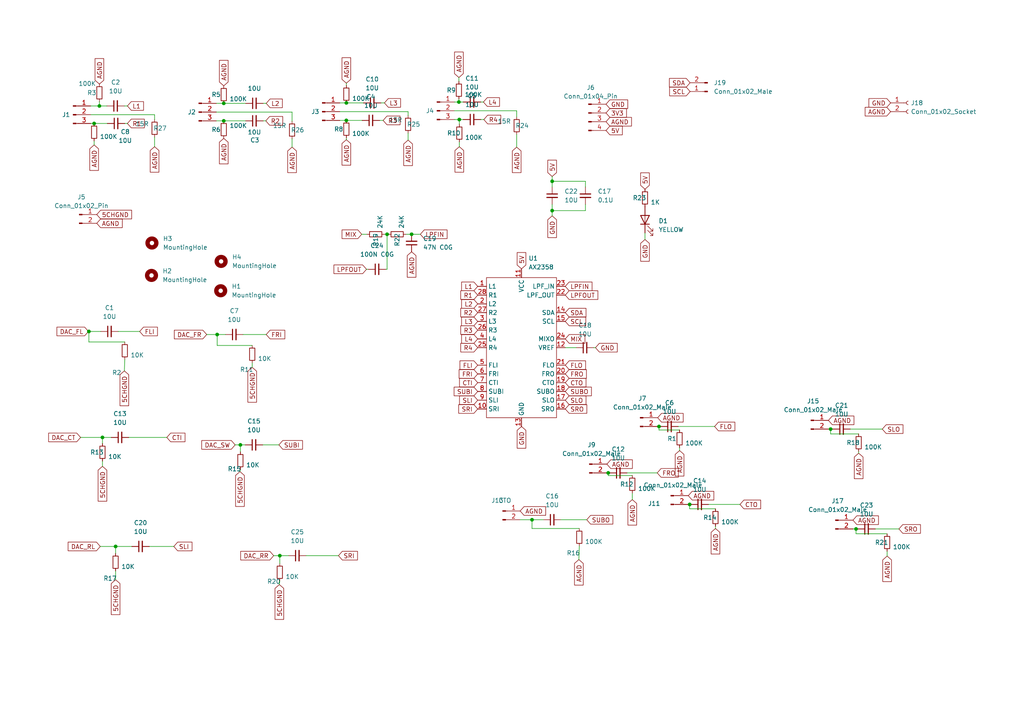
<source format=kicad_sch>
(kicad_sch (version 20230121) (generator eeschema)
  (paper "A4")
  (lib_symbols
    (symbol "Audio:AX2358"
      (property "Reference" "U" (at 0 0 0))
      (property "Value" "AX2358" (at 0 0 0))
      (symbol "AX2358_0_1"
        (polyline (pts (xy -10.16 50.8) (xy -10.16 12.7) (xy 10.16 12.7) (xy 10.16 53.34) (xy -10.16 53.34) (xy -10.16 50.8)))
      )
      (symbol "AX2358_1_1"
        (pin input line (at -12.7 50.8 0) (length 2.54) (name "L1") (number "1"))
        (pin input line (at -12.7 15.24 0) (length 2.54) (name "SRI") (number "10"))
        (pin input line (at 0 55.88 270) (length 2.54) (name "VCC") (number "11"))
        (pin output line (at 12.7 33.02 180) (length 2.54) (name "VREF") (number "12"))
        (pin input line (at 0 10.16 90) (length 2.54) (name "GND") (number "13"))
        (pin bidirectional line (at 12.7 43.18 180) (length 2.54) (name "SDA") (number "14"))
        (pin bidirectional line (at 12.7 40.64 180) (length 2.54) (name "SCL") (number "15"))
        (pin output line (at 12.7 15.24 180) (length 2.54) (name "SRO") (number "16"))
        (pin output line (at 12.7 17.78 180) (length 2.54) (name "SLO") (number "17"))
        (pin output line (at 12.7 20.32 180) (length 2.54) (name "SUBO") (number "18"))
        (pin output line (at 12.7 22.86 180) (length 2.54) (name "CTO") (number "19"))
        (pin input line (at -12.7 45.72 0) (length 2.54) (name "L2") (number "2"))
        (pin output line (at 12.7 25.4 180) (length 2.54) (name "FRO") (number "20"))
        (pin output line (at 12.7 27.94 180) (length 2.54) (name "FLO") (number "21"))
        (pin output line (at 12.7 48.26 180) (length 2.54) (name "LPF_OUT") (number "22"))
        (pin input line (at 12.7 50.8 180) (length 2.54) (name "LPF_IN") (number "23"))
        (pin output line (at 12.7 35.56 180) (length 2.54) (name "MIXO") (number "24"))
        (pin input line (at -12.7 33.02 0) (length 2.54) (name "R4") (number "25"))
        (pin input line (at -12.7 38.1 0) (length 2.54) (name "R3") (number "26"))
        (pin input line (at -12.7 43.18 0) (length 2.54) (name "R2") (number "27"))
        (pin input line (at -12.7 48.26 0) (length 2.54) (name "R1") (number "28"))
        (pin input line (at -12.7 40.64 0) (length 2.54) (name "L3") (number "3"))
        (pin input line (at -12.7 35.56 0) (length 2.54) (name "L4") (number "4"))
        (pin input line (at -12.7 27.94 0) (length 2.54) (name "FLI") (number "5"))
        (pin input line (at -12.7 25.4 0) (length 2.54) (name "FRI") (number "6"))
        (pin input line (at -12.7 22.86 0) (length 2.54) (name "CTI") (number "7"))
        (pin input line (at -12.7 20.32 0) (length 2.54) (name "SUBI") (number "8"))
        (pin input line (at -12.7 17.78 0) (length 2.54) (name "SLI") (number "9"))
      )
    )
    (symbol "Connector:Conn_01x02_Male" (pin_names (offset 1.016) hide)
      (property "Reference" "J" (at 0 2.54 0))
      (property "Value" "Conn_01x02_Male" (at 0 -5.08 0))
      (symbol "Conn_01x02_Male_1_1"
        (polyline (pts (xy 1.27 -2.54) (xy 0.8636 -2.54)) (stroke (width 0.1524)))
        (polyline (pts (xy 1.27 0) (xy 0.8636 0)) (stroke (width 0.1524)))
        (rectangle (start 0.8636 -2.413) (end 0 -2.667) (stroke (width 0.1524)) (fill (type outline)))
        (rectangle (start 0.8636 0.127) (end 0 -0.127) (stroke (width 0.1524)) (fill (type outline)))
        (pin passive line (at 5.08 0 180) (length 3.81) (name "Pin_1") (number "1"))
        (pin passive line (at 5.08 -2.54 180) (length 3.81) (name "Pin_2") (number "2"))
      )
    )
    (symbol "Connector:Conn_01x02_Pin" (pin_names (offset 1.016) hide)
      (property "Reference" "J" (at 0 2.54 0))
      (property "Value" "Conn_01x02_Pin" (at 0 -5.08 0))
      (symbol "Conn_01x02_Pin_1_1"
        (polyline (pts (xy 1.27 -2.54) (xy 0.8636 -2.54)) (stroke (width 0.1524)))
        (polyline (pts (xy 1.27 0) (xy 0.8636 0)) (stroke (width 0.1524)))
        (rectangle (start 0.8636 -2.413) (end 0 -2.667) (stroke (width 0.1524)) (fill (type outline)))
        (rectangle (start 0.8636 0.127) (end 0 -0.127) (stroke (width 0.1524)) (fill (type outline)))
        (pin passive line (at 5.08 0 180) (length 3.81) (name "Pin_1") (number "1"))
        (pin passive line (at 5.08 -2.54 180) (length 3.81) (name "Pin_2") (number "2"))
      )
    )
    (symbol "Connector:Conn_01x02_Socket" (pin_names (offset 1.016) hide)
      (property "Reference" "J" (at 0 2.54 0))
      (property "Value" "Conn_01x02_Socket" (at 0 -5.08 0))
      (symbol "Conn_01x02_Socket_1_1"
        (arc (start 0 -2.032) (mid -0.5058 -2.54) (end 0 -3.048) (stroke (width 0.1524)))
        (polyline (pts (xy -1.27 -2.54) (xy -0.508 -2.54)) (stroke (width 0.1524)))
        (polyline (pts (xy -1.27 0) (xy -0.508 0)) (stroke (width 0.1524)))
        (arc (start 0 0.508) (mid -0.5058 0) (end 0 -0.508) (stroke (width 0.1524)))
        (pin passive line (at -5.08 0 0) (length 3.81) (name "Pin_1") (number "1"))
        (pin passive line (at -5.08 -2.54 0) (length 3.81) (name "Pin_2") (number "2"))
      )
    )
    (symbol "Connector:Conn_01x03_Pin" (pin_names (offset 1.016) hide)
      (property "Reference" "J" (at 0 5.08 0))
      (property "Value" "Conn_01x03_Pin" (at 0 -5.08 0))
      (symbol "Conn_01x03_Pin_1_1"
        (polyline (pts (xy 1.27 -2.54) (xy 0.8636 -2.54)) (stroke (width 0.1524)))
        (polyline (pts (xy 1.27 0) (xy 0.8636 0)) (stroke (width 0.1524)))
        (polyline (pts (xy 1.27 2.54) (xy 0.8636 2.54)) (stroke (width 0.1524)))
        (rectangle (start 0.8636 -2.413) (end 0 -2.667) (stroke (width 0.1524)) (fill (type outline)))
        (rectangle (start 0.8636 0.127) (end 0 -0.127) (stroke (width 0.1524)) (fill (type outline)))
        (rectangle (start 0.8636 2.667) (end 0 2.413) (stroke (width 0.1524)) (fill (type outline)))
        (pin passive line (at 5.08 2.54 180) (length 3.81) (name "Pin_1") (number "1"))
        (pin passive line (at 5.08 0 180) (length 3.81) (name "Pin_2") (number "2"))
        (pin passive line (at 5.08 -2.54 180) (length 3.81) (name "Pin_3") (number "3"))
      )
    )
    (symbol "Connector:Conn_01x04_Pin" (pin_names (offset 1.016) hide)
      (property "Reference" "J" (at 0 5.08 0))
      (property "Value" "Conn_01x04_Pin" (at 0 -7.62 0))
      (symbol "Conn_01x04_Pin_1_1"
        (polyline (pts (xy 1.27 -5.08) (xy 0.8636 -5.08)) (stroke (width 0.1524)))
        (polyline (pts (xy 1.27 -2.54) (xy 0.8636 -2.54)) (stroke (width 0.1524)))
        (polyline (pts (xy 1.27 0) (xy 0.8636 0)) (stroke (width 0.1524)))
        (polyline (pts (xy 1.27 2.54) (xy 0.8636 2.54)) (stroke (width 0.1524)))
        (rectangle (start 0.8636 -4.953) (end 0 -5.207) (stroke (width 0.1524)) (fill (type outline)))
        (rectangle (start 0.8636 -2.413) (end 0 -2.667) (stroke (width 0.1524)) (fill (type outline)))
        (rectangle (start 0.8636 0.127) (end 0 -0.127) (stroke (width 0.1524)) (fill (type outline)))
        (rectangle (start 0.8636 2.667) (end 0 2.413) (stroke (width 0.1524)) (fill (type outline)))
        (pin passive line (at 5.08 2.54 180) (length 3.81) (name "Pin_1") (number "1"))
        (pin passive line (at 5.08 0 180) (length 3.81) (name "Pin_2") (number "2"))
        (pin passive line (at 5.08 -2.54 180) (length 3.81) (name "Pin_3") (number "3"))
        (pin passive line (at 5.08 -5.08 180) (length 3.81) (name "Pin_4") (number "4"))
      )
    )
    (symbol "Device:C_Small" (pin_numbers hide) (pin_names (offset 0.254) hide)
      (property "Reference" "C" (at 0.254 1.778 0))
      (property "Value" "C_Small" (at 0.254 -2.032 0))
      (symbol "C_Small_0_1"
        (polyline (pts (xy -1.524 -0.508) (xy 1.524 -0.508)) (stroke (width 0.3302)))
        (polyline (pts (xy -1.524 0.508) (xy 1.524 0.508)) (stroke (width 0.3048)))
      )
      (symbol "C_Small_1_1"
        (pin passive line (at 0 2.54 270) (length 2.032) (name "~") (number "1"))
        (pin passive line (at 0 -2.54 90) (length 2.032) (name "~") (number "2"))
      )
    )
    (symbol "Device:LED" (pin_numbers hide) (pin_names (offset 1.016) hide)
      (property "Reference" "D" (at 0 2.54 0))
      (property "Value" "LED" (at 0 -2.54 0))
      (symbol "LED_0_1"
        (polyline (pts (xy -1.27 -1.27) (xy -1.27 1.27)) (stroke (width 0.254)))
        (polyline (pts (xy -1.27 0) (xy 1.27 0)))
        (polyline (pts (xy 1.27 -1.27) (xy 1.27 1.27) (xy -1.27 0) (xy 1.27 -1.27)) (stroke (width 0.254)))
        (polyline (pts (xy -3.048 -0.762) (xy -4.572 -2.286) (xy -3.81 -2.286) (xy -4.572 -2.286) (xy -4.572 -1.524)))
        (polyline (pts (xy -1.778 -0.762) (xy -3.302 -2.286) (xy -2.54 -2.286) (xy -3.302 -2.286) (xy -3.302 -1.524)))
      )
      (symbol "LED_1_1"
        (pin passive line (at -3.81 0 0) (length 2.54) (name "K") (number "1"))
        (pin passive line (at 3.81 0 180) (length 2.54) (name "A") (number "2"))
      )
    )
    (symbol "Device:R_Small" (pin_numbers hide) (pin_names (offset 0.254) hide)
      (property "Reference" "R" (at 0.762 0.508 0))
      (property "Value" "R_Small" (at 0.762 -1.016 0))
      (symbol "R_Small_0_1"
        (rectangle (start -0.762 1.778) (end 0.762 -1.778) (stroke (width 0.2032)))
      )
      (symbol "R_Small_1_1"
        (pin passive line (at 0 2.54 270) (length 0.762) (name "~") (number "1"))
        (pin passive line (at 0 -2.54 90) (length 0.762) (name "~") (number "2"))
      )
    )
    (symbol "Mechanical:MountingHole" (pin_names (offset 1.016))
      (property "Reference" "H" (at 0 5.08 0))
      (property "Value" "MountingHole" (at 0 3.175 0))
      (symbol "MountingHole_0_1"
        (circle (center 0 0) (radius 1.27) (stroke (width 1.27)))
      )
    )
  )
  (junction (at 62.992 97.028))
  (junction (at 100.457 29.845))
  (junction (at 160.147 52.578))
  (junction (at 64.897 35.052))
  (junction (at 28.829 30.734))
  (junction (at 160.147 61.087))
  (junction (at 33.528 158.496))
  (junction (at 112.268 67.945))
  (junction (at 154.305 150.749))
  (junction (at 176.403 137.16))
  (junction (at 133.223 34.671))
  (junction (at 25.781 96.139))
  (junction (at 64.897 29.972))
  (junction (at 81.153 161.163))
  (junction (at 240.919 124.46))
  (junction (at 133.096 29.591))
  (junction (at 100.457 34.925))
  (junction (at 69.723 129.032))
  (junction (at 191.135 123.698))
  (junction (at 119.38 67.945))
  (junction (at 248.285 153.416))
  (junction (at 29.718 126.873))
  (junction (at 200.025 146.304))
  (junction (at 27.305 35.814))
  (wire (pts (xy 100.457 24.13) (xy 100.457 24.765)))
  (wire (pts (xy 29.718 126.873) (xy 29.718 128.651)))
  (wire (pts (xy 69.596 136.779) (xy 69.723 136.144)))
  (wire (pts (xy 62.738 32.512) (xy 84.709 32.512)))
  (wire (pts (xy 183.388 143.002) (xy 183.388 144.907)))
  (wire (pts (xy 69.723 129.032) (xy 69.723 131.064)))
  (wire (pts (xy 207.518 152.654) (xy 207.518 153.289)))
  (wire (pts (xy 98.552 32.385) (xy 118.364 32.385)))
  (wire (pts (xy 112.268 67.945) (xy 111.506 67.945)))
  (wire (pts (xy 84.709 32.512) (xy 84.709 35.179)))
  (wire (pts (xy 81.153 161.163) (xy 79.375 161.163)))
  (wire (pts (xy 64.897 29.972) (xy 62.738 29.972)))
  (wire (pts (xy 197.104 129.794) (xy 197.104 130.683)))
  (wire (pts (xy 31.115 35.814) (xy 27.305 35.814)))
  (wire (pts (xy 25.781 99.187) (xy 36.195 99.187)))
  (wire (pts (xy 62.992 97.028) (xy 59.944 97.028)))
  (wire (pts (xy 119.38 67.945) (xy 117.729 67.945)))
  (wire (pts (xy 105.029 34.925) (xy 100.457 34.925)))
  (wire (pts (xy 133.223 42.545) (xy 133.223 41.148)))
  (wire (pts (xy 257.302 159.893) (xy 257.302 161.29)))
  (wire (pts (xy 28.829 30.734) (xy 26.289 30.734)))
  (wire (pts (xy 100.457 40.513) (xy 100.457 40.005)))
  (wire (pts (xy 140.335 34.671) (xy 139.446 34.671)))
  (wire (pts (xy 62.992 100.203) (xy 73.152 100.203)))
  (wire (pts (xy 160.147 62.611) (xy 160.147 61.087)))
  (wire (pts (xy 121.92 67.945) (xy 119.38 67.945)))
  (wire (pts (xy 248.285 153.416) (xy 247.396 153.416)))
  (wire (pts (xy 27.305 35.814) (xy 26.289 35.814)))
  (wire (pts (xy 205.486 146.304) (xy 214.63 146.304)))
  (wire (pts (xy 140.208 29.591) (xy 139.446 29.591)))
  (wire (pts (xy 176.403 137.16) (xy 176.022 137.16)))
  (wire (pts (xy 149.86 38.989) (xy 149.86 42.672)))
  (wire (pts (xy 33.528 168.148) (xy 33.528 165.608)))
  (wire (pts (xy 157.607 150.749) (xy 154.305 150.749)))
  (wire (pts (xy 33.528 158.496) (xy 33.528 160.528)))
  (wire (pts (xy 36.068 107.569) (xy 36.195 104.267)))
  (wire (pts (xy 200.025 146.304) (xy 199.644 146.304)))
  (wire (pts (xy 36.957 35.814) (xy 36.195 35.814)))
  (wire (pts (xy 154.305 150.749) (xy 154.305 153.289)))
  (wire (pts (xy 172.72 100.838) (xy 172.212 100.838)))
  (wire (pts (xy 81.026 169.545) (xy 81.153 168.529)))
  (wire (pts (xy 36.957 30.734) (xy 36.068 30.734)))
  (wire (pts (xy 191.135 124.714) (xy 197.104 124.714)))
  (wire (pts (xy 169.799 52.578) (xy 160.147 52.578)))
  (wire (pts (xy 76.2 129.032) (xy 80.899 129.032)))
  (wire (pts (xy 25.781 96.139) (xy 25.781 99.187)))
  (wire (pts (xy 88.773 161.163) (xy 98.171 161.163)))
  (wire (pts (xy 248.793 153.416) (xy 248.285 153.416)))
  (wire (pts (xy 134.366 34.671) (xy 133.223 34.671)))
  (wire (pts (xy 25.654 96.139) (xy 25.781 96.139)))
  (wire (pts (xy 200.025 147.574) (xy 207.518 147.574)))
  (wire (pts (xy 32.258 126.873) (xy 29.718 126.873)))
  (wire (pts (xy 81.153 161.163) (xy 81.153 163.449)))
  (wire (pts (xy 240.919 125.857) (xy 249.047 125.857)))
  (wire (pts (xy 134.366 29.591) (xy 133.096 29.591)))
  (wire (pts (xy 160.147 52.578) (xy 160.147 54.229)))
  (wire (pts (xy 133.096 28.702) (xy 133.096 29.591)))
  (wire (pts (xy 28.829 29.464) (xy 28.829 30.734)))
  (wire (pts (xy 118.364 38.608) (xy 118.364 40.64)))
  (wire (pts (xy 167.132 100.838) (xy 163.957 100.838)))
  (wire (pts (xy 71.247 35.052) (xy 64.897 35.052)))
  (wire (pts (xy 196.723 123.698) (xy 207.264 123.698)))
  (wire (pts (xy 131.826 32.131) (xy 149.86 32.131)))
  (wire (pts (xy 168.021 158.369) (xy 167.894 162.306)))
  (wire (pts (xy 73.152 106.553) (xy 73.152 105.283)))
  (wire (pts (xy 162.687 150.749) (xy 170.18 150.749)))
  (wire (pts (xy 62.992 97.028) (xy 62.992 100.203)))
  (wire (pts (xy 149.86 32.131) (xy 149.86 33.909)))
  (wire (pts (xy 44.831 39.751) (xy 44.831 42.545)))
  (wire (pts (xy 176.784 137.16) (xy 176.403 137.16)))
  (wire (pts (xy 106.426 67.945) (xy 104.902 67.945)))
  (wire (pts (xy 83.693 161.163) (xy 81.153 161.163)))
  (wire (pts (xy 100.457 34.925) (xy 98.552 34.925)))
  (wire (pts (xy 160.147 51.181) (xy 160.147 52.578)))
  (wire (pts (xy 27.305 42.037) (xy 27.305 40.894)))
  (wire (pts (xy 133.223 34.671) (xy 131.826 34.671)))
  (wire (pts (xy 65.405 97.028) (xy 62.992 97.028)))
  (wire (pts (xy 241.554 124.46) (xy 240.919 124.46)))
  (wire (pts (xy 160.147 61.087) (xy 169.799 61.087)))
  (wire (pts (xy 112.268 78.105) (xy 111.887 78.105)))
  (wire (pts (xy 133.096 29.591) (xy 131.826 29.591)))
  (wire (pts (xy 111.125 34.925) (xy 110.109 34.925)))
  (wire (pts (xy 43.307 158.496) (xy 50.419 158.496)))
  (wire (pts (xy 71.12 129.032) (xy 69.723 129.032)))
  (wire (pts (xy 33.528 158.496) (xy 29.083 158.496)))
  (wire (pts (xy 133.096 22.479) (xy 133.096 23.622)))
  (wire (pts (xy 71.247 29.972) (xy 64.897 29.972)))
  (wire (pts (xy 191.135 123.698) (xy 191.135 124.714)))
  (wire (pts (xy 191.135 123.698) (xy 190.754 123.698)))
  (wire (pts (xy 118.364 32.385) (xy 118.364 33.528)))
  (wire (pts (xy 77.089 35.052) (xy 76.327 35.052)))
  (wire (pts (xy 112.268 67.945) (xy 112.268 78.105)))
  (wire (pts (xy 70.485 97.028) (xy 77.216 97.028)))
  (wire (pts (xy 169.799 61.087) (xy 169.799 59.309)))
  (wire (pts (xy 111.506 29.845) (xy 110.49 29.845)))
  (wire (pts (xy 160.147 61.087) (xy 160.147 59.309)))
  (wire (pts (xy 176.403 137.16) (xy 176.403 137.922)))
  (wire (pts (xy 29.718 135.255) (xy 29.718 133.731)))
  (wire (pts (xy 106.299 78.105) (xy 106.807 78.105)))
  (wire (pts (xy 248.285 154.813) (xy 257.302 154.813)))
  (wire (pts (xy 187.071 69.469) (xy 187.071 67.564)))
  (wire (pts (xy 100.457 29.845) (xy 98.552 29.845)))
  (wire (pts (xy 84.709 40.259) (xy 84.709 42.672)))
  (wire (pts (xy 176.403 137.922) (xy 183.388 137.922)))
  (wire (pts (xy 112.649 67.945) (xy 112.268 67.945)))
  (wire (pts (xy 64.897 35.052) (xy 62.738 35.052)))
  (wire (pts (xy 37.338 126.873) (xy 48.387 126.873)))
  (wire (pts (xy 69.723 129.032) (xy 68.199 129.032)))
  (wire (pts (xy 38.227 158.496) (xy 33.528 158.496)))
  (wire (pts (xy 191.643 123.698) (xy 191.135 123.698)))
  (wire (pts (xy 34.29 96.139) (xy 40.513 96.139)))
  (wire (pts (xy 29.718 126.873) (xy 23.368 126.873)))
  (wire (pts (xy 200.406 146.304) (xy 200.025 146.304)))
  (wire (pts (xy 248.285 153.416) (xy 248.285 154.813)))
  (wire (pts (xy 26.289 33.274) (xy 44.831 33.274)))
  (wire (pts (xy 30.988 30.734) (xy 28.829 30.734)))
  (wire (pts (xy 200.025 146.304) (xy 200.025 147.574)))
  (wire (pts (xy 240.919 124.46) (xy 240.919 125.857)))
  (wire (pts (xy 133.223 36.068) (xy 133.223 34.671)))
  (wire (pts (xy 246.634 124.46) (xy 255.905 124.46)))
  (wire (pts (xy 154.305 153.289) (xy 168.021 153.289)))
  (wire (pts (xy 105.41 29.845) (xy 100.457 29.845)))
  (wire (pts (xy 253.873 153.416) (xy 260.731 153.416)))
  (wire (pts (xy 249.047 130.937) (xy 249.047 131.445)))
  (wire (pts (xy 44.831 33.274) (xy 44.831 34.671)))
  (wire (pts (xy 169.799 54.229) (xy 169.799 52.578)))
  (wire (pts (xy 25.781 96.139) (xy 29.21 96.139)))
  (wire (pts (xy 77.216 29.972) (xy 76.327 29.972)))
  (wire (pts (xy 240.919 124.46) (xy 240.284 124.46)))
  (wire (pts (xy 181.864 137.16) (xy 190.627 137.16)))
  (wire (pts (xy 154.305 150.749) (xy 150.876 150.749)))
  (global_label "R2" (shape input) (at 138.557 90.678 180) (property "Intersheetrefs" "${INTERSHEET_REFS}" (effects hide)))
  (global_label "AGND" (shape input) (at 150.876 148.209 0) (property "Intersheetrefs" "${INTERSHEET_REFS}" (effects hide)))
  (global_label "LPFIN" (shape input) (at 121.92 67.945 0) (property "Intersheetrefs" "${INTERSHEET_REFS}" (effects hide)))
  (global_label "AGND" (shape input) (at 207.518 153.289 270) (property "Intersheetrefs" "${INTERSHEET_REFS}" (effects hide)))
  (global_label "AGND" (shape input) (at 199.644 143.764 0) (property "Intersheetrefs" "${INTERSHEET_REFS}" (effects hide)))
  (global_label "R1" (shape input) (at 138.557 85.598 180) (property "Intersheetrefs" "${INTERSHEET_REFS}" (effects hide)))
  (global_label "GND" (shape input) (at 187.071 69.469 270) (property "Intersheetrefs" "${INTERSHEET_REFS}" (effects hide)))
  (global_label "AGND" (shape input) (at 44.831 42.545 270) (property "Intersheetrefs" "${INTERSHEET_REFS}" (effects hide)))
  (global_label "FRI" (shape input) (at 138.557 108.458 180) (property "Intersheetrefs" "${INTERSHEET_REFS}" (effects hide)))
  (global_label "L4" (shape input) (at 140.208 29.591 0) (property "Intersheetrefs" "${INTERSHEET_REFS}" (effects hide)))
  (global_label "GND" (shape input) (at 175.768 30.226 0) (property "Intersheetrefs" "${INTERSHEET_REFS}" (effects hide)))
  (global_label "5V" (shape input) (at 187.071 54.864 90) (property "Intersheetrefs" "${INTERSHEET_REFS}" (effects hide)))
  (global_label "SLI" (shape input) (at 138.557 116.078 180) (property "Intersheetrefs" "${INTERSHEET_REFS}" (effects hide)))
  (global_label "AGND" (shape input) (at 100.457 24.13 90) (property "Intersheetrefs" "${INTERSHEET_REFS}" (effects hide)))
  (global_label "DAC_RR" (shape input) (at -11.684 156.845 0) (property "Intersheetrefs" "${INTERSHEET_REFS}" (effects hide)))
  (global_label "FLI" (shape input) (at 40.513 96.139 0) (property "Intersheetrefs" "${INTERSHEET_REFS}" (effects hide)))
  (global_label "DAC_CT" (shape input) (at -11.811 129.032 0) (property "Intersheetrefs" "${INTERSHEET_REFS}" (effects hide)))
  (global_label "AGND" (shape input) (at 133.223 42.545 270) (property "Intersheetrefs" "${INTERSHEET_REFS}" (effects hide)))
  (global_label "AGND" (shape input) (at 118.364 40.64 270) (property "Intersheetrefs" "${INTERSHEET_REFS}" (effects hide)))
  (global_label "DAC_FL" (shape input) (at -12.573 110.363 0) (property "Intersheetrefs" "${INTERSHEET_REFS}" (effects hide)))
  (global_label "DAC_RL" (shape input) (at -11.684 151.765 0) (property "Intersheetrefs" "${INTERSHEET_REFS}" (effects hide)))
  (global_label "SCL" (shape input) (at 163.957 93.218 0) (property "Intersheetrefs" "${INTERSHEET_REFS}" (effects hide)))
  (global_label "L4" (shape input) (at 138.557 98.298 180) (property "Intersheetrefs" "${INTERSHEET_REFS}" (effects hide)))
  (global_label "AGND" (shape input) (at 257.302 161.29 270) (property "Intersheetrefs" "${INTERSHEET_REFS}" (effects hide)))
  (global_label "5V" (shape input) (at 151.257 77.978 90) (property "Intersheetrefs" "${INTERSHEET_REFS}" (effects hide)))
  (global_label "AGND" (shape input) (at 84.709 42.672 270) (property "Intersheetrefs" "${INTERSHEET_REFS}" (effects hide)))
  (global_label "AGND" (shape input) (at 183.388 144.907 270) (property "Intersheetrefs" "${INTERSHEET_REFS}" (effects hide)))
  (global_label "SLO" (shape input) (at 255.905 124.46 0) (property "Intersheetrefs" "${INTERSHEET_REFS}" (effects hide)))
  (global_label "AGND" (shape input) (at 133.096 22.479 90) (property "Intersheetrefs" "${INTERSHEET_REFS}" (effects hide)))
  (global_label "LPFOUT" (shape input) (at 163.957 85.598 0) (property "Intersheetrefs" "${INTERSHEET_REFS}" (effects hide)))
  (global_label "DAC_FR" (shape input) (at 59.944 97.028 180) (property "Intersheetrefs" "${INTERSHEET_REFS}" (effects hide)))
  (global_label "LPFIN" (shape input) (at 163.957 83.058 0) (property "Intersheetrefs" "${INTERSHEET_REFS}" (effects hide)))
  (global_label "5V" (shape input) (at 160.147 51.181 90) (property "Intersheetrefs" "${INTERSHEET_REFS}" (effects hide)))
  (global_label "5CHGND" (shape input) (at -11.811 126.492 0) (property "Intersheetrefs" "${INTERSHEET_REFS}" (effects hide)))
  (global_label "AGND" (shape input) (at 176.022 134.62 0) (property "Intersheetrefs" "${INTERSHEET_REFS}" (effects hide)))
  (global_label "5CHGND" (shape input) (at -12.573 112.903 0) (property "Intersheetrefs" "${INTERSHEET_REFS}" (effects hide)))
  (global_label "DAC_RL" (shape input) (at 29.083 158.496 180) (property "Intersheetrefs" "${INTERSHEET_REFS}" (effects hide)))
  (global_label "R4" (shape input) (at 140.335 34.671 0) (property "Intersheetrefs" "${INTERSHEET_REFS}" (effects hide)))
  (global_label "AGND" (shape input) (at 247.396 150.876 0) (property "Intersheetrefs" "${INTERSHEET_REFS}" (effects hide)))
  (global_label "DAC_FL" (shape input) (at 25.654 96.139 180) (property "Intersheetrefs" "${INTERSHEET_REFS}" (effects hide)))
  (global_label "R3" (shape input) (at 111.125 34.925 0) (property "Intersheetrefs" "${INTERSHEET_REFS}" (effects hide)))
  (global_label "DAC_FR" (shape input) (at -12.573 115.443 0) (property "Intersheetrefs" "${INTERSHEET_REFS}" (effects hide)))
  (global_label "MIX" (shape input) (at 163.957 98.298 0) (property "Intersheetrefs" "${INTERSHEET_REFS}" (effects hide)))
  (global_label "AGND" (shape input) (at 27.305 42.037 270) (property "Intersheetrefs" "${INTERSHEET_REFS}" (effects hide)))
  (global_label "GND" (shape input) (at 258.318 29.845 180) (property "Intersheetrefs" "${INTERSHEET_REFS}" (effects hide)))
  (global_label "3V3" (shape input) (at 175.768 32.766 0) (property "Intersheetrefs" "${INTERSHEET_REFS}" (effects hide)))
  (global_label "AGND" (shape input) (at 64.897 24.892 90) (property "Intersheetrefs" "${INTERSHEET_REFS}" (effects hide)))
  (global_label "L1" (shape input) (at 36.957 30.734 0) (property "Intersheetrefs" "${INTERSHEET_REFS}" (effects hide)))
  (global_label "SLI" (shape input) (at 50.419 158.496 0) (property "Intersheetrefs" "${INTERSHEET_REFS}" (effects hide)))
  (global_label "FRI" (shape input) (at 77.216 97.028 0) (property "Intersheetrefs" "${INTERSHEET_REFS}" (effects hide)))
  (global_label "AGND" (shape input) (at 28.067 64.77 0) (property "Intersheetrefs" "${INTERSHEET_REFS}" (effects hide)))
  (global_label "AGND" (shape input) (at 175.768 35.306 0) (property "Intersheetrefs" "${INTERSHEET_REFS}" (effects hide)))
  (global_label "SUBO" (shape input) (at 163.957 113.538 0) (property "Intersheetrefs" "${INTERSHEET_REFS}" (effects hide)))
  (global_label "AGND" (shape input) (at 240.284 121.92 0) (property "Intersheetrefs" "${INTERSHEET_REFS}" (effects hide)))
  (global_label "R2" (shape input) (at 77.089 35.052 0) (property "Intersheetrefs" "${INTERSHEET_REFS}" (effects hide)))
  (global_label "GND" (shape input) (at 160.147 62.611 270) (property "Intersheetrefs" "${INTERSHEET_REFS}" (effects hide)))
  (global_label "SDA" (shape input) (at 200.152 24.003 180) (property "Intersheetrefs" "${INTERSHEET_REFS}" (effects hide)))
  (global_label "GND" (shape input) (at 151.257 123.698 270) (property "Intersheetrefs" "${INTERSHEET_REFS}" (effects hide)))
  (global_label "5CHGND" (shape input) (at 33.528 168.148 270) (property "Intersheetrefs" "${INTERSHEET_REFS}" (effects hide)))
  (global_label "5CHGND" (shape input) (at 81.026 169.545 270) (property "Intersheetrefs" "${INTERSHEET_REFS}" (effects hide)))
  (global_label "L2" (shape input) (at 138.557 88.138 180) (property "Intersheetrefs" "${INTERSHEET_REFS}" (effects hide)))
  (global_label "FRO" (shape input) (at 190.627 137.16 0) (property "Intersheetrefs" "${INTERSHEET_REFS}" (effects hide)))
  (global_label "AGND" (shape input) (at 100.457 40.513 270) (property "Intersheetrefs" "${INTERSHEET_REFS}" (effects hide)))
  (global_label "5CHGND" (shape input) (at 69.596 136.779 270) (property "Intersheetrefs" "${INTERSHEET_REFS}" (effects hide)))
  (global_label "5CHGND" (shape input) (at -11.684 149.225 0) (property "Intersheetrefs" "${INTERSHEET_REFS}" (effects hide)))
  (global_label "SDA" (shape input) (at 163.957 90.678 0) (property "Intersheetrefs" "${INTERSHEET_REFS}" (effects hide)))
  (global_label "AGND" (shape input) (at 197.104 130.683 270) (property "Intersheetrefs" "${INTERSHEET_REFS}" (effects hide)))
  (global_label "5CHGND" (shape input) (at 36.068 107.569 270) (property "Intersheetrefs" "${INTERSHEET_REFS}" (effects hide)))
  (global_label "L3" (shape input) (at 111.506 29.845 0) (property "Intersheetrefs" "${INTERSHEET_REFS}" (effects hide)))
  (global_label "5CHGND" (shape input) (at 73.152 106.553 270) (property "Intersheetrefs" "${INTERSHEET_REFS}" (effects hide)))
  (global_label "SRO" (shape input) (at 163.957 118.618 0) (property "Intersheetrefs" "${INTERSHEET_REFS}" (effects hide)))
  (global_label "L1" (shape input) (at 138.557 83.058 180) (property "Intersheetrefs" "${INTERSHEET_REFS}" (effects hide)))
  (global_label "5CHGND" (shape input) (at 29.718 135.255 270) (property "Intersheetrefs" "${INTERSHEET_REFS}" (effects hide)))
  (global_label "DAC_SW" (shape input) (at -11.811 134.112 0) (property "Intersheetrefs" "${INTERSHEET_REFS}" (effects hide)))
  (global_label "AGND" (shape input) (at 64.897 40.132 270) (property "Intersheetrefs" "${INTERSHEET_REFS}" (effects hide)))
  (global_label "5CHGND" (shape input) (at -11.811 131.572 0) (property "Intersheetrefs" "${INTERSHEET_REFS}" (effects hide)))
  (global_label "SCL" (shape input) (at 200.152 26.543 180) (property "Intersheetrefs" "${INTERSHEET_REFS}" (effects hide)))
  (global_label "SLO" (shape input) (at 163.957 116.078 0) (property "Intersheetrefs" "${INTERSHEET_REFS}" (effects hide)))
  (global_label "L2" (shape input) (at 77.216 29.972 0) (property "Intersheetrefs" "${INTERSHEET_REFS}" (effects hide)))
  (global_label "R4" (shape input) (at 138.557 100.838 180) (property "Intersheetrefs" "${INTERSHEET_REFS}" (effects hide)))
  (global_label "FRO" (shape input) (at 163.957 108.458 0) (property "Intersheetrefs" "${INTERSHEET_REFS}" (effects hide)))
  (global_label "5CHGND" (shape input) (at -11.684 154.305 0) (property "Intersheetrefs" "${INTERSHEET_REFS}" (effects hide)))
  (global_label "L3" (shape input) (at 138.557 93.218 180) (property "Intersheetrefs" "${INTERSHEET_REFS}" (effects hide)))
  (global_label "5CHGND" (shape input) (at -12.573 107.823 0) (property "Intersheetrefs" "${INTERSHEET_REFS}" (effects hide)))
  (global_label "DAC_RR" (shape input) (at 79.375 161.163 180) (property "Intersheetrefs" "${INTERSHEET_REFS}" (effects hide)))
  (global_label "SRI" (shape input) (at 138.557 118.618 180) (property "Intersheetrefs" "${INTERSHEET_REFS}" (effects hide)))
  (global_label "DAC_SW" (shape input) (at 68.199 129.032 180) (property "Intersheetrefs" "${INTERSHEET_REFS}" (effects hide)))
  (global_label "AGND" (shape input) (at 28.829 24.384 90) (property "Intersheetrefs" "${INTERSHEET_REFS}" (effects hide)))
  (global_label "5V" (shape input) (at 175.768 37.846 0) (property "Intersheetrefs" "${INTERSHEET_REFS}" (effects hide)))
  (global_label "SRI" (shape input) (at 98.171 161.163 0) (property "Intersheetrefs" "${INTERSHEET_REFS}" (effects hide)))
  (global_label "FLO" (shape input) (at 163.957 105.918 0) (property "Intersheetrefs" "${INTERSHEET_REFS}" (effects hide)))
  (global_label "SUBI" (shape input) (at 80.899 129.032 0) (property "Intersheetrefs" "${INTERSHEET_REFS}" (effects hide)))
  (global_label "CTI" (shape input) (at 138.557 110.998 180) (property "Intersheetrefs" "${INTERSHEET_REFS}" (effects hide)))
  (global_label "AGND" (shape input) (at 149.86 42.672 270) (property "Intersheetrefs" "${INTERSHEET_REFS}" (effects hide)))
  (global_label "GND" (shape input) (at 172.72 100.838 0) (property "Intersheetrefs" "${INTERSHEET_REFS}" (effects hide)))
  (global_label "SUBO" (shape input) (at 170.18 150.749 0) (property "Intersheetrefs" "${INTERSHEET_REFS}" (effects hide)))
  (global_label "LPFOUT" (shape input) (at 106.299 78.105 180) (property "Intersheetrefs" "${INTERSHEET_REFS}" (effects hide)))
  (global_label "5CHGND" (shape input) (at 28.067 62.23 0) (property "Intersheetrefs" "${INTERSHEET_REFS}" (effects hide)))
  (global_label "FLO" (shape input) (at 207.264 123.698 0) (property "Intersheetrefs" "${INTERSHEET_REFS}" (effects hide)))
  (global_label "MIX" (shape input) (at 104.902 67.945 180) (property "Intersheetrefs" "${INTERSHEET_REFS}" (effects hide)))
  (global_label "AGND" (shape input) (at 167.894 162.306 270) (property "Intersheetrefs" "${INTERSHEET_REFS}" (effects hide)))
  (global_label "CTO" (shape input) (at 163.957 110.998 0) (property "Intersheetrefs" "${INTERSHEET_REFS}" (effects hide)))
  (global_label "DAC_CT" (shape input) (at 23.368 126.873 180) (property "Intersheetrefs" "${INTERSHEET_REFS}" (effects hide)))
  (global_label "AGND" (shape input) (at 190.754 121.158 0) (property "Intersheetrefs" "${INTERSHEET_REFS}" (effects hide)))
  (global_label "FLI" (shape input) (at 138.557 105.918 180) (property "Intersheetrefs" "${INTERSHEET_REFS}" (effects hide)))
  (global_label "AGND" (shape input) (at 258.318 32.385 180) (property "Intersheetrefs" "${INTERSHEET_REFS}" (effects hide)))
  (global_label "CTO" (shape input) (at 214.63 146.304 0) (property "Intersheetrefs" "${INTERSHEET_REFS}" (effects hide)))
  (global_label "R3" (shape input) (at 138.557 95.758 180) (property "Intersheetrefs" "${INTERSHEET_REFS}" (effects hide)))
  (global_label "AGND" (shape input) (at 249.047 131.445 270) (property "Intersheetrefs" "${INTERSHEET_REFS}" (effects hide)))
  (global_label "R1" (shape input) (at 36.957 35.814 0) (property "Intersheetrefs" "${INTERSHEET_REFS}" (effects hide)))
  (global_label "SUBI" (shape input) (at 138.557 113.538 180) (property "Intersheetrefs" "${INTERSHEET_REFS}" (effects hide)))
  (global_label "AGND" (shape input) (at 119.38 73.025 270) (property "Intersheetrefs" "${INTERSHEET_REFS}" (effects hide)))
  (global_label "SRO" (shape input) (at 260.731 153.416 0) (property "Intersheetrefs" "${INTERSHEET_REFS}" (effects hide)))
  (global_label "CTI" (shape input) (at 48.387 126.873 0) (property "Intersheetrefs" "${INTERSHEET_REFS}" (effects hide)))
  (symbol (lib_id "Device:C_Small") (at 34.798 126.873 90) (unit 1)
    (property "Reference" "C13" (at 34.8043 120.015 90))
    (property "Value" "10U" (at 34.8043 122.555 90))
    (property "Footprint" "Capacitor_THT:CP_Radial_D5.0mm_P2.50mm" (effects hide))
  )
  (symbol (lib_id "Device:R_Small") (at 108.966 67.945 90) (unit 1)
    (property "Reference" "R19" (at 108.966 71.501 0) (effects (justify left)))
    (property "Value" "24K" (at 110.2359 66.294 0) (effects (justify left)))
    (property "Footprint" "Resistor_SMD:R_0805_2012Metric_Pad1.20x1.40mm_HandSolder" (effects hide))
  )
  (symbol (lib_id "Device:R_Small") (at 133.223 38.608 0) (unit 1)
    (property "Reference" "R10" (at 129.667 38.608 0) (effects (justify left)))
    (property "Value" "100K" (at 134.874 39.8779 0) (effects (justify left)))
    (property "Footprint" "Resistor_SMD:R_0805_2012Metric_Pad1.20x1.40mm_HandSolder" (effects hide))
  )
  (symbol (lib_id "Device:R_Small") (at 28.829 26.924 0) (unit 1)
    (property "Reference" "R3" (at 25.273 26.924 0) (effects (justify left)))
    (property "Value" "100K" (at 22.733 24.257 0) (effects (justify left)))
    (property "Footprint" "Resistor_SMD:R_0805_2012Metric_Pad1.20x1.40mm_HandSolder" (effects hide))
  )
  (symbol (lib_id "Device:R_Small") (at 168.021 155.829 0) (unit 1)
    (property "Reference" "R16" (at 164.338 160.401 0) (effects (justify left)))
    (property "Value" "100K" (at 169.672 157.0989 0) (effects (justify left)))
    (property "Footprint" "Resistor_SMD:R_0805_2012Metric_Pad1.20x1.40mm_HandSolder" (effects hide))
  )
  (symbol (lib_id "Device:C_Small") (at 136.906 29.591 90) (unit 1)
    (property "Reference" "C11" (at 136.9123 22.733 90))
    (property "Value" "10U" (at 136.9123 25.273 90))
    (property "Footprint" "Capacitor_THT:CP_Radial_D5.0mm_P2.50mm" (effects hide))
  )
  (symbol (lib_id "Device:R_Small") (at 84.709 37.719 180) (unit 1)
    (property "Reference" "R26" (at 88.265 37.719 0) (effects (justify left)))
    (property "Value" "15R" (at 83.058 36.4491 0) (effects (justify left)))
    (property "Footprint" "Resistor_SMD:R_0603_1608Metric_Pad0.98x0.95mm_HandSolder" (effects hide))
  )
  (symbol (lib_id "Connector:Conn_01x02_Male") (at 235.204 121.92 0) (unit 1)
    (property "Reference" "J15" (at 235.839 116.332 0))
    (property "Value" "Conn_01x02_Male" (at 235.839 118.872 0))
    (property "Footprint" "Connector_JST:JST_PH_B2B-PH-K_1x02_P2.00mm_Vertical" (effects hide))
  )
  (symbol (lib_id "Device:C_Small") (at 73.787 35.052 90) (unit 1)
    (property "Reference" "C3" (at 73.914 40.64 90))
    (property "Value" "10U" (at 73.787 38.354 90))
    (property "Footprint" "Capacitor_THT:CP_Radial_D5.0mm_P2.50mm" (effects hide))
  )
  (symbol (lib_id "Connector:Conn_01x02_Pin") (at 22.987 62.23 0) (unit 1)
    (property "Reference" "J5" (at 23.622 57.15 0))
    (property "Value" "Conn_01x02_Pin" (at 23.622 59.69 0))
    (property "Footprint" "Connector_PinHeader_2.54mm:PinHeader_1x02_P2.54mm_Vertical" (effects hide))
  )
  (symbol (lib_id "Device:C_Small") (at 31.75 96.139 90) (unit 1)
    (property "Reference" "C1" (at 31.7563 89.281 90))
    (property "Value" "10U" (at 31.7563 91.821 90))
    (property "Footprint" "Capacitor_THT:CP_Radial_D5.0mm_P2.50mm" (effects hide))
  )
  (symbol (lib_id "Connector:Conn_01x03_Pin") (at 21.209 33.274 0) (unit 1)
    (property "Reference" "J1" (at 19.177 33.274 0))
    (property "Value" "Conn_01x03_Pin" (effects hide))
    (property "Footprint" "Connector_JST:JST_PH_B3B-PH-K_1x03_P2.00mm_Vertical" (effects hide))
  )
  (symbol (lib_id "Connector:Conn_01x02_Male") (at 170.942 134.62 0) (unit 1)
    (property "Reference" "J9" (at 171.577 129.032 0))
    (property "Value" "Conn_01x02_Male" (at 171.577 131.572 0))
    (property "Footprint" "Connector_JST:JST_PH_B2B-PH-K_1x02_P2.00mm_Vertical" (effects hide))
  )
  (symbol (lib_id "Connector:Conn_01x02_Socket") (at 263.398 29.845 0) (unit 1)
    (property "Reference" "J18" (at 264.16 29.845 0) (effects (justify left)))
    (property "Value" "Conn_01x02_Socket" (at 264.16 32.385 0) (effects (justify left)))
    (property "Footprint" "Connector_PinHeader_2.54mm:PinHeader_1x02_P2.54mm_Vertical" (effects hide))
  )
  (symbol (lib_id "Device:C_Small") (at 33.655 35.814 90) (unit 1)
    (property "Reference" "C8" (at 36.322 38.227 90))
    (property "Value" "10U" (at 36.322 40.767 90))
    (property "Footprint" "Capacitor_THT:CP_Radial_D5.0mm_P2.50mm" (effects hide))
  )
  (symbol (lib_id "Device:C_Small") (at 107.95 29.845 90) (unit 1)
    (property "Reference" "C10" (at 107.9563 22.987 90))
    (property "Value" "10U" (at 107.9563 25.527 90))
    (property "Footprint" "Capacitor_THT:CP_Radial_D5.0mm_P2.50mm" (effects hide))
  )
  (symbol (lib_id "Device:R_Small") (at 73.152 102.743 0) (unit 1)
    (property "Reference" "R11" (at 69.596 107.188 0) (effects (justify left)))
    (property "Value" "10K" (at 74.803 104.0129 0) (effects (justify left)))
    (property "Footprint" "Resistor_SMD:R_0805_2012Metric_Pad1.20x1.40mm_HandSolder" (effects hide))
  )
  (symbol (lib_id "Connector:Conn_01x03_Pin") (at 57.658 32.512 0) (unit 1)
    (property "Reference" "J2" (at 55.626 32.512 0))
    (property "Value" "Conn_01x03_Pin" (effects hide))
    (property "Footprint" "Connector_JST:JST_PH_B3B-PH-K_1x03_P2.00mm_Vertical" (effects hide))
  )
  (symbol (lib_id "Device:R_Small") (at 115.189 67.945 90) (unit 1)
    (property "Reference" "R22" (at 115.189 71.501 0) (effects (justify left)))
    (property "Value" "24K" (at 116.4589 66.294 0) (effects (justify left)))
    (property "Footprint" "Resistor_SMD:R_0805_2012Metric_Pad1.20x1.40mm_HandSolder" (effects hide))
  )
  (symbol (lib_id "Mechanical:MountingHole") (at 64.135 75.819 0) (unit 1)
    (property "Reference" "H4" (at 67.31 74.5489 0) (effects (justify left)))
    (property "Value" "MountingHole" (at 67.31 77.0889 0) (effects (justify left)))
    (property "Footprint" "MountingHole:MountingHole_3.2mm_M3" (effects hide))
  )
  (symbol (lib_id "Connector:Conn_01x02_Male") (at 145.796 148.209 0) (unit 1)
    (property "Reference" "J13" (at 144.272 145.161 0))
    (property "Value" "CTO" (at 146.431 145.161 0))
    (property "Footprint" "Connector_JST:JST_PH_B2B-PH-K_1x02_P2.00mm_Vertical" (effects hide))
  )
  (symbol (lib_id "Connector:Conn_01x02_Male") (at 242.316 150.876 0) (unit 1)
    (property "Reference" "J17" (at 242.951 145.288 0))
    (property "Value" "Conn_01x02_Male" (at 242.951 147.828 0))
    (property "Footprint" "Connector_JST:JST_PH_B2B-PH-K_1x02_P2.00mm_Vertical" (effects hide))
  )
  (symbol (lib_id "Audio:AX2358") (at 151.257 133.858 0) (unit 1)
    (property "Reference" "U1" (at 153.2764 74.93 0) (effects (justify left)))
    (property "Value" "AX2358" (at 153.2764 77.47 0) (effects (justify left)))
    (property "Footprint" "Package_SO:SOIC-28W_7.5x18.7mm_P1.27mm" (effects hide))
  )
  (symbol (lib_id "Device:R_Small") (at 100.457 27.305 0) (unit 1)
    (property "Reference" "R7" (effects hide))
    (property "Value" "100K" (at 102.108 28.5749 0) (effects (justify left)))
    (property "Footprint" "Resistor_SMD:R_0805_2012Metric_Pad1.20x1.40mm_HandSolder" (effects hide))
  )
  (symbol (lib_id "Device:C_Small") (at 33.528 30.734 90) (unit 1)
    (property "Reference" "C2" (at 33.5343 23.876 90))
    (property "Value" "10U" (at 33.5343 26.416 90))
    (property "Footprint" "Capacitor_THT:CP_Radial_D5.0mm_P2.50mm" (effects hide))
  )
  (symbol (lib_id "Device:C_Small") (at 73.787 29.972 90) (unit 1)
    (property "Reference" "C9" (effects hide))
    (property "Value" "10U" (at 73.7933 25.654 90))
    (property "Footprint" "Capacitor_THT:CP_Radial_D5.0mm_P2.50mm" (effects hide))
  )
  (symbol (lib_id "Device:R_Small") (at 69.723 133.604 0) (unit 1)
    (property "Reference" "R15" (at 66.04 136.017 0) (effects (justify left)))
    (property "Value" "10K" (at 71.374 134.8739 0) (effects (justify left)))
    (property "Footprint" "Resistor_SMD:R_0805_2012Metric_Pad1.20x1.40mm_HandSolder" (effects hide))
  )
  (symbol (lib_id "Mechanical:MountingHole") (at 44.069 70.485 0) (unit 1)
    (property "Reference" "H3" (at 47.244 69.2149 0) (effects (justify left)))
    (property "Value" "MountingHole" (at 47.244 71.7549 0) (effects (justify left)))
    (property "Footprint" "MountingHole:MountingHole_3.2mm_M3" (effects hide))
  )
  (symbol (lib_id "Device:R_Small") (at 27.305 38.354 0) (unit 1)
    (property "Reference" "R4" (effects hide))
    (property "Value" "100K" (at 28.956 39.6239 0) (effects (justify left)))
    (property "Footprint" "Resistor_SMD:R_0805_2012Metric_Pad1.20x1.40mm_HandSolder" (effects hide))
  )
  (symbol (lib_id "Device:C_Small") (at 67.945 97.028 90) (unit 1)
    (property "Reference" "C7" (at 67.9513 90.17 90))
    (property "Value" "10U" (at 67.9513 92.71 90))
    (property "Footprint" "Capacitor_THT:CP_Radial_D5.0mm_P2.50mm" (effects hide))
  )
  (symbol (lib_id "Device:R_Small") (at 118.364 36.068 180) (unit 1)
    (property "Reference" "R25" (at 121.92 36.068 0) (effects (justify left)))
    (property "Value" "15R" (at 116.713 34.7981 0) (effects (justify left)))
    (property "Footprint" "Resistor_SMD:R_0603_1608Metric_Pad0.98x0.95mm_HandSolder" (effects hide))
  )
  (symbol (lib_id "Connector:Conn_01x04_Pin") (at -17.653 110.363 0) (unit 1)
    (property "Reference" "J8" (at -17.018 102.997 0))
    (property "Value" "Conn_01x04_Pin" (at -17.018 105.537 0))
    (property "Footprint" "Connector_JST:JST_PH_B4B-PH-K_1x04_P2.00mm_Vertical" (effects hide))
  )
  (symbol (lib_id "Device:C_Small") (at 40.767 158.496 90) (unit 1)
    (property "Reference" "C20" (at 40.7733 151.638 90))
    (property "Value" "10U" (at 40.7733 154.178 90))
    (property "Footprint" "Capacitor_THT:CP_Radial_D5.0mm_P2.50mm" (effects hide))
  )
  (symbol (lib_id "Device:R_Small") (at 133.096 26.162 0) (unit 1)
    (property "Reference" "R9" (at 129.54 26.162 0) (effects (justify left)))
    (property "Value" "100K" (at 134.747 27.4319 0) (effects (justify left)))
    (property "Footprint" "Resistor_SMD:R_0805_2012Metric_Pad1.20x1.40mm_HandSolder" (effects hide))
  )
  (symbol (lib_id "Device:R_Small") (at 197.104 127.254 0) (unit 1)
    (property "Reference" "R1" (at 193.548 127.254 0) (effects (justify left)))
    (property "Value" "100K" (at 198.755 128.5239 0) (effects (justify left)))
    (property "Footprint" "Resistor_SMD:R_0805_2012Metric_Pad1.20x1.40mm_HandSolder" (effects hide))
  )
  (symbol (lib_id "Device:R_Small") (at 187.071 57.404 0) (unit 1)
    (property "Reference" "R23" (at 183.515 57.404 0) (effects (justify left)))
    (property "Value" "1K" (at 188.722 58.6739 0) (effects (justify left)))
    (property "Footprint" "Resistor_SMD:R_0603_1608Metric_Pad0.98x0.95mm_HandSolder" (effects hide))
  )
  (symbol (lib_id "Device:R_Small") (at 81.153 165.989 0) (unit 1)
    (property "Reference" "R20" (at 77.47 168.656 0) (effects (justify left)))
    (property "Value" "10K" (at 82.804 167.2589 0) (effects (justify left)))
    (property "Footprint" "Resistor_SMD:R_0805_2012Metric_Pad1.20x1.40mm_HandSolder" (effects hide))
  )
  (symbol (lib_id "Device:R_Small") (at 149.86 36.449 180) (unit 1)
    (property "Reference" "R24" (at 153.416 36.449 0) (effects (justify left)))
    (property "Value" "15R" (at 148.209 35.1791 0) (effects (justify left)))
    (property "Footprint" "Resistor_SMD:R_0603_1608Metric_Pad0.98x0.95mm_HandSolder" (effects hide))
  )
  (symbol (lib_id "Device:C_Small") (at 73.66 129.032 90) (unit 1)
    (property "Reference" "C15" (at 73.6663 122.174 90))
    (property "Value" "10U" (at 73.6663 124.714 90))
    (property "Footprint" "Capacitor_THT:CP_Radial_D5.0mm_P2.50mm" (effects hide))
  )
  (symbol (lib_id "Connector:Conn_01x03_Pin") (at 93.472 32.385 0) (unit 1)
    (property "Reference" "J3" (at 91.44 32.385 0))
    (property "Value" "Conn_01x03_Pin" (effects hide))
    (property "Footprint" "Connector_JST:JST_PH_B3B-PH-K_1x03_P2.00mm_Vertical" (effects hide))
  )
  (symbol (lib_id "Device:C_Small") (at 107.569 34.925 90) (unit 1)
    (property "Reference" "C4" (at 107.5753 28.067 90))
    (property "Value" "10U" (at 107.5753 30.607 90))
    (property "Footprint" "Capacitor_THT:CP_Radial_D5.0mm_P2.50mm" (effects hide))
  )
  (symbol (lib_id "Connector:Conn_01x03_Pin") (at 126.746 32.131 0) (unit 1)
    (property "Reference" "J4" (at 124.714 32.131 0))
    (property "Value" "Conn_01x03_Pin" (effects hide))
    (property "Footprint" "Connector_JST:JST_PH_B3B-PH-K_1x03_P2.00mm_Vertical" (effects hide))
  )
  (symbol (lib_id "Device:R_Small") (at 257.302 157.353 0) (unit 1)
    (property "Reference" "R21" (at 253.746 157.353 0) (effects (justify left)))
    (property "Value" "100K" (at 258.953 158.6229 0) (effects (justify left)))
    (property "Footprint" "Resistor_SMD:R_0805_2012Metric_Pad1.20x1.40mm_HandSolder" (effects hide))
  )
  (symbol (lib_id "Device:R_Small") (at 100.457 37.465 0) (unit 1)
    (property "Reference" "R8" (at 96.901 37.465 0) (effects (justify left)))
    (property "Value" "100K" (at 102.108 38.7349 0) (effects (justify left)))
    (property "Footprint" "Resistor_SMD:R_0805_2012Metric_Pad1.20x1.40mm_HandSolder" (effects hide))
  )
  (symbol (lib_id "Device:C_Small") (at 136.906 34.671 90) (unit 1)
    (property "Reference" "C5" (at 136.9123 27.813 90))
    (property "Value" "10U" (at 136.9123 30.353 90))
    (property "Footprint" "Capacitor_THT:CP_Radial_D5.0mm_P2.50mm" (effects hide))
  )
  (symbol (lib_id "Connector:Conn_01x04_Pin") (at 170.688 32.766 0) (unit 1)
    (property "Reference" "J6" (at 171.323 25.4 0))
    (property "Value" "Conn_01x04_Pin" (at 171.323 27.94 0))
    (property "Footprint" "Connector_JST:JST_XH_B4B-XH-A_1x04_P2.50mm_Vertical" (effects hide))
  )
  (symbol (lib_id "Device:R_Small") (at 207.518 150.114 0) (unit 1)
    (property "Reference" "R14" (at 203.962 150.114 0) (effects (justify left)))
    (property "Value" "100K" (at 209.169 151.3839 0) (effects (justify left)))
    (property "Footprint" "Resistor_SMD:R_0805_2012Metric_Pad1.20x1.40mm_HandSolder" (effects hide))
  )
  (symbol (lib_id "Mechanical:MountingHole") (at 64.008 84.328 0) (unit 1)
    (property "Reference" "H1" (at 67.183 83.0579 0) (effects (justify left)))
    (property "Value" "MountingHole" (at 67.183 85.5979 0) (effects (justify left)))
    (property "Footprint" "MountingHole:MountingHole_3.2mm_M3" (effects hide))
  )
  (symbol (lib_id "Device:R_Small") (at 33.528 163.068 0) (unit 1)
    (property "Reference" "R17" (at 29.972 167.767 0) (effects (justify left)))
    (property "Value" "10K" (at 35.179 164.3379 0) (effects (justify left)))
    (property "Footprint" "Resistor_SMD:R_0805_2012Metric_Pad1.20x1.40mm_HandSolder" (effects hide))
  )
  (symbol (lib_id "Device:C_Small") (at 119.38 70.485 180) (unit 1)
    (property "Reference" "C19" (at 122.682 69.2085 0) (effects (justify right)))
    (property "Value" "47N C0G" (at 122.682 71.7485 0) (effects (justify right)))
    (property "Footprint" "Capacitor_SMD:C_1206_3216Metric_Pad1.33x1.80mm_HandSolder" (effects hide))
  )
  (symbol (lib_id "Device:C_Small") (at 109.347 78.105 90) (unit 1)
    (property "Reference" "C24" (at 109.3533 71.247 90))
    (property "Value" "100N C0G" (at 109.3533 73.787 90))
    (property "Footprint" "Capacitor_SMD:C_1206_3216Metric_Pad1.33x1.80mm_HandSolder" (effects hide))
  )
  (symbol (lib_id "Device:C_Small") (at 202.946 146.304 90) (unit 1)
    (property "Reference" "C14" (at 202.9523 139.446 90))
    (property "Value" "10U" (at 202.9523 141.986 90))
    (property "Footprint" "Capacitor_THT:CP_Radial_D5.0mm_P2.50mm" (effects hide))
  )
  (symbol (lib_id "Device:C_Small") (at 194.183 123.698 90) (unit 1)
    (property "Reference" "C6" (at 194.1893 116.84 90))
    (property "Value" "10U" (at 194.1893 119.38 90))
    (property "Footprint" "Capacitor_THT:CP_Radial_D5.0mm_P2.50mm" (effects hide))
  )
  (symbol (lib_id "Device:C_Small") (at 179.324 137.16 90) (unit 1)
    (property "Reference" "C12" (at 179.3303 130.302 90))
    (property "Value" "10U" (at 179.3303 132.842 90))
    (property "Footprint" "Capacitor_THT:CP_Radial_D5.0mm_P2.50mm" (effects hide))
  )
  (symbol (lib_id "Device:R_Small") (at 44.831 37.211 180) (unit 1)
    (property "Reference" "R27" (at 48.387 37.211 0) (effects (justify left)))
    (property "Value" "15R" (at 43.18 35.9411 0) (effects (justify left)))
    (property "Footprint" "Resistor_SMD:R_0603_1608Metric_Pad0.98x0.95mm_HandSolder" (effects hide))
  )
  (symbol (lib_id "Connector:Conn_01x02_Male") (at 205.232 26.543 180) (unit 1)
    (property "Reference" "J19" (at 207.01 24.0029 0) (effects (justify right)))
    (property "Value" "Conn_01x02_Male" (at 207.01 26.5429 0) (effects (justify right)))
    (property "Footprint" "Connector_JST:JST_PH_B2B-PH-K_1x02_P2.00mm_Vertical" (effects hide))
  )
  (symbol (lib_id "Device:R_Small") (at 64.897 37.592 0) (unit 1)
    (property "Reference" "R6" (at 61.341 37.592 0) (effects (justify left)))
    (property "Value" "100K" (at 66.548 36.449 0) (effects (justify left)))
    (property "Footprint" "Resistor_SMD:R_0805_2012Metric_Pad1.20x1.40mm_HandSolder" (effects hide))
  )
  (symbol (lib_id "Device:C_Small") (at 251.333 153.416 90) (unit 1)
    (property "Reference" "C23" (at 251.3393 146.558 90))
    (property "Value" "10U" (at 251.3393 149.098 90))
    (property "Footprint" "Capacitor_THT:CP_Radial_D5.0mm_P2.50mm" (effects hide))
  )
  (symbol (lib_id "Device:C_Small") (at 169.799 56.769 0) (unit 1)
    (property "Reference" "C17" (at 173.355 55.5052 0) (effects (justify left)))
    (property "Value" "0.1U" (at 173.355 58.0452 0) (effects (justify left)))
    (property "Footprint" "Capacitor_SMD:C_0805_2012Metric_Pad1.18x1.45mm_HandSolder" (effects hide))
  )
  (symbol (lib_id "Device:C_Small") (at 160.147 56.769 0) (unit 1)
    (property "Reference" "C22" (at 163.703 55.5052 0) (effects (justify left)))
    (property "Value" "10U" (at 163.703 58.0452 0) (effects (justify left)))
    (property "Footprint" "Capacitor_SMD:C_1206_3216Metric_Pad1.33x1.80mm_HandSolder" (effects hide))
  )
  (symbol (lib_id "Device:LED") (at 187.071 63.754 90) (unit 1)
    (property "Reference" "D1" (at 191.008 64.0714 90) (effects (justify right)))
    (property "Value" "YELLOW" (at 191.008 66.6114 90) (effects (justify right)))
    (property "Footprint" "LED_SMD:LED_0805_2012Metric_Pad1.15x1.40mm_HandSolder" (effects hide))
  )
  (symbol (lib_id "Mechanical:MountingHole") (at 43.942 79.883 0) (unit 1)
    (property "Reference" "H2" (at 47.117 78.6129 0) (effects (justify left)))
    (property "Value" "MountingHole" (at 47.117 81.1529 0) (effects (justify left)))
    (property "Footprint" "MountingHole:MountingHole_3.2mm_M3" (effects hide))
  )
  (symbol (lib_id "Connector:Conn_01x02_Male") (at 185.674 121.158 0) (unit 1)
    (property "Reference" "J7" (at 186.309 115.57 0))
    (property "Value" "Conn_01x02_Male" (at 186.309 118.11 0))
    (property "Footprint" "Connector_JST:JST_PH_B2B-PH-K_1x02_P2.00mm_Vertical" (effects hide))
  )
  (symbol (lib_id "Device:C_Small") (at 244.094 124.46 90) (unit 1)
    (property "Reference" "C21" (at 244.1003 117.602 90))
    (property "Value" "10U" (at 244.1003 120.142 90))
    (property "Footprint" "Capacitor_THT:CP_Radial_D5.0mm_P2.50mm" (effects hide))
  )
  (symbol (lib_id "Device:R_Small") (at 36.195 101.727 0) (unit 1)
    (property "Reference" "R2" (at 32.512 108.077 0) (effects (justify left)))
    (property "Value" "10K" (at 37.846 102.9969 0) (effects (justify left)))
    (property "Footprint" "Resistor_SMD:R_0805_2012Metric_Pad1.20x1.40mm_HandSolder" (effects hide))
  )
  (symbol (lib_id "Connector:Conn_01x04_Pin") (at -16.764 151.765 0) (unit 1)
    (property "Reference" "J12" (at -16.129 144.399 0))
    (property "Value" "Conn_01x04_Pin" (at -16.129 146.939 0))
    (property "Footprint" "Connector_JST:JST_PH_B4B-PH-K_1x04_P2.00mm_Vertical" (effects hide))
  )
  (symbol (lib_id "Connector:Conn_01x02_Male") (at 194.564 143.764 0) (unit 1)
    (property "Reference" "J11" (at 189.738 146.05 0))
    (property "Value" "Conn_01x02_Male" (at 195.199 140.716 0))
    (property "Footprint" "Connector_JST:JST_PH_B2B-PH-K_1x02_P2.00mm_Vertical" (effects hide))
  )
  (symbol (lib_id "Device:C_Small") (at 160.147 150.749 90) (unit 1)
    (property "Reference" "C16" (at 160.1533 143.891 90))
    (property "Value" "10U" (at 160.1533 146.431 90))
    (property "Footprint" "Capacitor_THT:CP_Radial_D5.0mm_P2.50mm" (effects hide))
  )
  (symbol (lib_id "Device:R_Small") (at 249.047 128.397 0) (unit 1)
    (property "Reference" "R18" (at 245.491 128.397 0) (effects (justify left)))
    (property "Value" "100K" (at 250.698 129.6669 0) (effects (justify left)))
    (property "Footprint" "Resistor_SMD:R_0805_2012Metric_Pad1.20x1.40mm_HandSolder" (effects hide))
  )
  (symbol (lib_id "Device:C_Small") (at 169.672 100.838 90) (unit 1)
    (property "Reference" "C18" (at 169.6783 94.361 90))
    (property "Value" "10U" (at 169.6783 96.901 90))
    (property "Footprint" "Capacitor_SMD:C_1206_3216Metric_Pad1.33x1.80mm_HandSolder" (effects hide))
  )
  (symbol (lib_id "Device:R_Small") (at 29.718 131.191 0) (unit 1)
    (property "Reference" "R13" (at 26.162 131.191 0) (effects (justify left)))
    (property "Value" "10K" (at 31.369 132.4609 0) (effects (justify left)))
    (property "Footprint" "Resistor_SMD:R_0805_2012Metric_Pad1.20x1.40mm_HandSolder" (effects hide))
  )
  (symbol (lib_id "Connector:Conn_01x04_Pin") (at -16.891 129.032 0) (unit 1)
    (property "Reference" "J10" (at -16.256 121.666 0))
    (property "Value" "Conn_01x04_Pin" (at -16.256 124.206 0))
    (property "Footprint" "Connector_JST:JST_PH_B4B-PH-K_1x04_P2.00mm_Vertical" (effects hide))
  )
  (symbol (lib_id "Device:R_Small") (at 64.897 27.432 0) (unit 1)
    (property "Reference" "R5" (at 61.341 27.432 0) (effects (justify left)))
    (property "Value" "100K" (at 66.548 28.7019 0) (effects (justify left)))
    (property "Footprint" "Resistor_SMD:R_0805_2012Metric_Pad1.20x1.40mm_HandSolder" (effects hide))
  )
  (symbol (lib_id "Device:R_Small") (at 183.388 140.462 0) (unit 1)
    (property "Reference" "R12" (at 179.832 140.462 0) (effects (justify left)))
    (property "Value" "100K" (at 185.039 141.7319 0) (effects (justify left)))
    (property "Footprint" "Resistor_SMD:R_0805_2012Metric_Pad1.20x1.40mm_HandSolder" (effects hide))
  )
  (symbol (lib_id "Device:C_Small") (at 86.233 161.163 90) (unit 1)
    (property "Reference" "C25" (at 86.2393 154.305 90))
    (property "Value" "10U" (at 86.2393 156.845 90))
    (property "Footprint" "Capacitor_THT:CP_Radial_D5.0mm_P2.50mm" (effects hide))
  )
)
</source>
